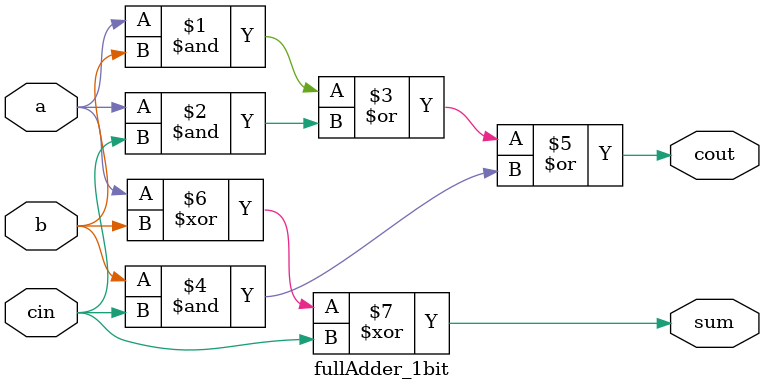
<source format=sv>
module fullAdder_1bit (
    input a,
    input b,
    input cin,
    output sum,
    output cout
);

    assign cout = (a & b) | (a & cin) | (b & cin);
    assign sum = a ^ b ^ cin;

endmodule

</source>
